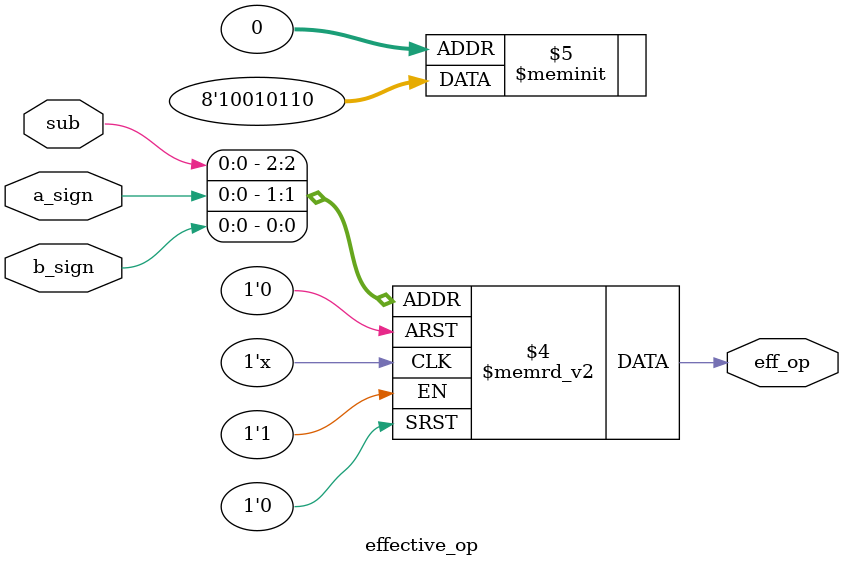
<source format=v>
`timescale 1ns / 1ps
module effective_op(	input a_sign,
						input b_sign,
						input sub,
						output reg eff_op);
	
	always
		@(*)
	begin
		case ({sub,a_sign, b_sign})
			3'b000:	eff_op = 0;
			3'b001:	eff_op = 1;
			3'b010:	eff_op = 1;
			3'b011:	eff_op = 0;
			3'b100:	eff_op = 1;
			3'b101:	eff_op = 0;
			3'b110:	eff_op = 0;
			3'b111:	eff_op = 1;
		endcase
	end
endmodule

</source>
